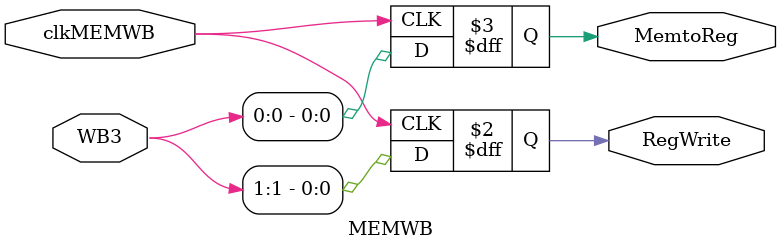
<source format=v>
`timescale 1ns/1ns

module MEMWB(
	input clkMEMWB,
	input [1:0]WB3,
	output reg RegWrite, 
	output reg MemtoReg
);

always @(posedge clkMEMWB) 
begin
	RegWrite = WB3[1];
	MemtoReg = WB3[0];
end

endmodule
</source>
